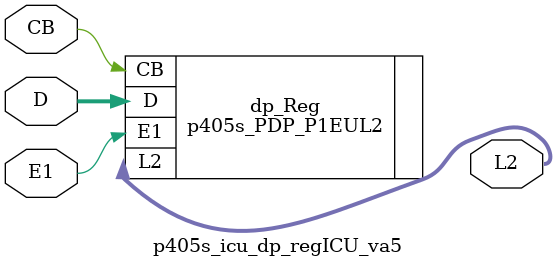
<source format=v>
module p405s_icu_dp_regICU_va5(
                     CB,
                     D,
                     E1,
                     L2
                    );

    input  CB; 
    input [0:31] D; 
    input  E1; 
    output [0:31] L2; 

p405s_PDP_P1EUL2
 #(32, 1, 1, 1, 2, 0 ) dp_Reg (
                                         .CB  (CB),
                                         .D   (D),
                                         .E1  (E1),
                                         .L2  (L2)
                                         );

endmodule

</source>
